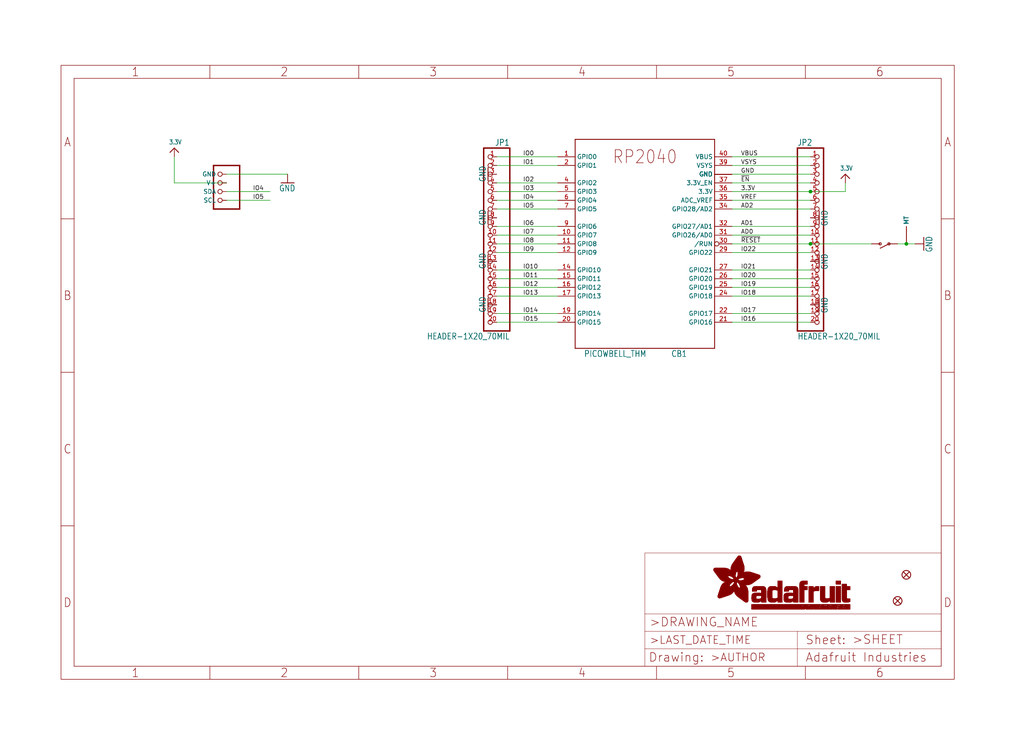
<source format=kicad_sch>
(kicad_sch (version 20211123) (generator eeschema)
  (paper "User" 298.45 217.881)
  (lib_symbols
    (symbol "eagleSchem-eagle-import:3.3V" (power)
      (property "Value" "3.3V" (at -1.524 1.016 0))
      (symbol "3.3V_1_0"
        (pin power_in line (at 0 -2.54 90) (length 2.54) (name "3.3V") (number "1"))
      )
    )
    (symbol "eagleSchem-eagle-import:FIDUCIAL_1MM")
    (symbol "eagleSchem-eagle-import:FRAME_A4_ADAFRUIT"
      (symbol "FRAME_A4_ADAFRUIT_0_0"
        (text "1" (at 21.6958 1.905 0) (effects (font (size 2.54 2.286))))
        (text "1" (at 21.6958 177.165 0) (effects (font (size 2.54 2.286))))
        (text "2" (at 65.0875 1.905 0) (effects (font (size 2.54 2.286))))
        (text "2" (at 65.0875 177.165 0) (effects (font (size 2.54 2.286))))
        (text "3" (at 108.4792 1.905 0) (effects (font (size 2.54 2.286))))
        (text "3" (at 108.4792 177.165 0) (effects (font (size 2.54 2.286))))
        (text "4" (at 151.8708 1.905 0) (effects (font (size 2.54 2.286))))
        (text "4" (at 151.8708 177.165 0) (effects (font (size 2.54 2.286))))
        (text "5" (at 195.2625 1.905 0) (effects (font (size 2.54 2.286))))
        (text "5" (at 195.2625 177.165 0) (effects (font (size 2.54 2.286))))
        (text "6" (at 238.6542 1.905 0) (effects (font (size 2.54 2.286))))
        (text "6" (at 238.6542 177.165 0) (effects (font (size 2.54 2.286))))
        (text "A" (at 1.905 156.6863 0) (effects (font (size 2.54 2.286))))
        (text "A" (at 258.445 156.6863 0) (effects (font (size 2.54 2.286))))
        (text "B" (at 1.905 111.9188 0) (effects (font (size 2.54 2.286))))
        (text "B" (at 258.445 111.9188 0) (effects (font (size 2.54 2.286))))
        (text "C" (at 1.905 67.1513 0) (effects (font (size 2.54 2.286))))
        (text "C" (at 258.445 67.1513 0) (effects (font (size 2.54 2.286))))
        (text "D" (at 1.905 22.3838 0) (effects (font (size 2.54 2.286))))
        (text "D" (at 258.445 22.3838 0) (effects (font (size 2.54 2.286))))
      )
      (symbol "FRAME_A4_ADAFRUIT_1_0"
        (text ">AUTHOR" (at 189.23 5.08 0) (effects (font (size 2.286 2.286)) (justify left bottom)))
        (text ">DRAWING_NAME" (at 171.45 15.24 0) (effects (font (size 2.54 2.54)) (justify left bottom)))
        (text ">LAST_DATE_TIME" (at 171.45 10.16 0) (effects (font (size 2.286 2.286)) (justify left bottom)))
        (text ">SHEET" (at 230.505 10.16 0) (effects (font (size 2.54 2.54)) (justify left bottom)))
        (text "Adafruit Industries" (at 216.916 4.953 0) (effects (font (size 2.54 2.54)) (justify left bottom)))
        (text "Drawing:" (at 171.196 4.953 0) (effects (font (size 2.54 2.54)) (justify left bottom)))
        (text "Sheet:" (at 216.916 10.033 0) (effects (font (size 2.54 2.54)) (justify left bottom)))
      )
    )
    (symbol "eagleSchem-eagle-import:GND" (power)
      (property "Value" "GND" (at -2.54 -2.54 0))
      (symbol "GND_1_0"
        (pin power_in line (at 0 2.54 270) (length 2.54) (name "GND") (number "1"))
      )
    )
    (symbol "eagleSchem-eagle-import:HEADER-1X20_70MIL"
      (property "Reference" "JP" (at -6.35 26.035 0))
      (property "Value" "HEADER-1X20_70MIL" (at -6.35 -30.48 0))
      (symbol "HEADER-1X20_70MIL_1_0"
        (pin passive inverted (at -2.54 22.86 0) (length 2.54) (name "1") (number "1"))
        (pin passive inverted (at -2.54 0 0) (length 2.54) (name "10") (number "10"))
        (pin passive inverted (at -2.54 -2.54 0) (length 2.54) (name "11") (number "11"))
        (pin passive inverted (at -2.54 -5.08 0) (length 2.54) (name "12") (number "12"))
        (pin passive inverted (at -2.54 -7.62 0) (length 2.54) (name "13") (number "13"))
        (pin passive inverted (at -2.54 -10.16 0) (length 2.54) (name "14") (number "14"))
        (pin passive inverted (at -2.54 -12.7 0) (length 2.54) (name "15") (number "15"))
        (pin passive inverted (at -2.54 -15.24 0) (length 2.54) (name "16") (number "16"))
        (pin passive inverted (at -2.54 -17.78 0) (length 2.54) (name "17") (number "17"))
        (pin passive inverted (at -2.54 -20.32 0) (length 2.54) (name "18") (number "18"))
        (pin passive inverted (at -2.54 -22.86 0) (length 2.54) (name "19") (number "19"))
        (pin passive inverted (at -2.54 20.32 0) (length 2.54) (name "2") (number "2"))
        (pin passive inverted (at -2.54 -25.4 0) (length 2.54) (name "20") (number "20"))
        (pin passive inverted (at -2.54 17.78 0) (length 2.54) (name "3") (number "3"))
        (pin passive inverted (at -2.54 15.24 0) (length 2.54) (name "4") (number "4"))
        (pin passive inverted (at -2.54 12.7 0) (length 2.54) (name "5") (number "5"))
        (pin passive inverted (at -2.54 10.16 0) (length 2.54) (name "6") (number "6"))
        (pin passive inverted (at -2.54 7.62 0) (length 2.54) (name "7") (number "7"))
        (pin passive inverted (at -2.54 5.08 0) (length 2.54) (name "8") (number "8"))
        (pin passive inverted (at -2.54 2.54 0) (length 2.54) (name "9") (number "9"))
      )
    )
    (symbol "eagleSchem-eagle-import:PICOWBELL_THM"
      (property "Reference" "CB" (at 7.62 -33.02 0))
      (property "Value" "PICOWBELL_THM" (at -17.78 -33.02 0))
      (symbol "PICOWBELL_THM_1_0"
        (text "RP2040" (at 0 25.4 0) (effects (font (size 3.81 3.2385))))
        (pin bidirectional line (at -25.4 25.4 0) (length 5.08) (name "GPIO0") (number "1"))
        (pin bidirectional line (at -25.4 2.54 0) (length 5.08) (name "GPIO7") (number "10"))
        (pin bidirectional line (at -25.4 0 0) (length 5.08) (name "GPIO8") (number "11"))
        (pin bidirectional line (at -25.4 -2.54 0) (length 5.08) (name "GPIO9") (number "12"))
        (pin power_in line (at 25.4 20.32 180) (length 5.08) (name "GND") (number "13"))
        (pin bidirectional line (at -25.4 -7.62 0) (length 5.08) (name "GPIO10") (number "14"))
        (pin bidirectional line (at -25.4 -10.16 0) (length 5.08) (name "GPIO11") (number "15"))
        (pin bidirectional line (at -25.4 -12.7 0) (length 5.08) (name "GPIO12") (number "16"))
        (pin bidirectional line (at -25.4 -15.24 0) (length 5.08) (name "GPIO13") (number "17"))
        (pin power_in line (at 25.4 20.32 180) (length 5.08) (name "GND") (number "18"))
        (pin bidirectional line (at -25.4 -20.32 0) (length 5.08) (name "GPIO14") (number "19"))
        (pin bidirectional line (at -25.4 22.86 0) (length 5.08) (name "GPIO1") (number "2"))
        (pin bidirectional line (at -25.4 -22.86 0) (length 5.08) (name "GPIO15") (number "20"))
        (pin bidirectional line (at 25.4 -22.86 180) (length 5.08) (name "GPIO16") (number "21"))
        (pin bidirectional line (at 25.4 -20.32 180) (length 5.08) (name "GPIO17") (number "22"))
        (pin power_in line (at 25.4 20.32 180) (length 5.08) (name "GND") (number "23"))
        (pin bidirectional line (at 25.4 -15.24 180) (length 5.08) (name "GPIO18") (number "24"))
        (pin bidirectional line (at 25.4 -12.7 180) (length 5.08) (name "GPIO19") (number "25"))
        (pin bidirectional line (at 25.4 -10.16 180) (length 5.08) (name "GPIO20") (number "26"))
        (pin bidirectional line (at 25.4 -7.62 180) (length 5.08) (name "GPIO21") (number "27"))
        (pin power_in line (at 25.4 20.32 180) (length 5.08) (name "GND") (number "28"))
        (pin bidirectional line (at 25.4 -2.54 180) (length 5.08) (name "GPIO22") (number "29"))
        (pin power_in line (at 25.4 20.32 180) (length 5.08) (name "GND") (number "3"))
        (pin bidirectional inverted (at 25.4 0 180) (length 5.08) (name "/RUN") (number "30"))
        (pin bidirectional line (at 25.4 2.54 180) (length 5.08) (name "GPIO26/AD0") (number "31"))
        (pin bidirectional line (at 25.4 5.08 180) (length 5.08) (name "GPIO27/AD1") (number "32"))
        (pin power_in line (at 25.4 20.32 180) (length 5.08) (name "GND") (number "33"))
        (pin bidirectional line (at 25.4 10.16 180) (length 5.08) (name "GPIO28/AD2") (number "34"))
        (pin passive line (at 25.4 12.7 180) (length 5.08) (name "ADC_VREF") (number "35"))
        (pin power_in line (at 25.4 15.24 180) (length 5.08) (name "3.3V") (number "36"))
        (pin passive line (at 25.4 17.78 180) (length 5.08) (name "3.3V_EN") (number "37"))
        (pin power_in line (at 25.4 20.32 180) (length 5.08) (name "GND") (number "38"))
        (pin power_in line (at 25.4 22.86 180) (length 5.08) (name "VSYS") (number "39"))
        (pin bidirectional line (at -25.4 17.78 0) (length 5.08) (name "GPIO2") (number "4"))
        (pin power_in line (at 25.4 25.4 180) (length 5.08) (name "VBUS") (number "40"))
        (pin bidirectional line (at -25.4 15.24 0) (length 5.08) (name "GPIO3") (number "5"))
        (pin bidirectional line (at -25.4 12.7 0) (length 5.08) (name "GPIO4") (number "6"))
        (pin bidirectional line (at -25.4 10.16 0) (length 5.08) (name "GPIO5") (number "7"))
        (pin power_in line (at 25.4 20.32 180) (length 5.08) (name "GND") (number "8"))
        (pin bidirectional line (at -25.4 5.08 0) (length 5.08) (name "GPIO6") (number "9"))
      )
    )
    (symbol "eagleSchem-eagle-import:STEMMA_I2C_QT"
      (symbol "STEMMA_I2C_QT_1_0"
        (pin passive inverted (at 0 5.08 0) (length 2.54) (name "GND") (number "1"))
        (pin passive inverted (at 0 2.54 0) (length 2.54) (name "V+") (number "2"))
        (pin passive inverted (at 0 0 0) (length 2.54) (name "SDA") (number "3"))
        (pin passive inverted (at 0 -2.54 0) (length 2.54) (name "SCL") (number "4"))
      )
      (symbol "STEMMA_I2C_QT_2_0"
        (pin bidirectional line (at 0 0 0) (length 5.08) (name "MT") (number "MT1"))
      )
      (symbol "STEMMA_I2C_QT_3_0"
        (pin bidirectional line (at 0 0 0) (length 5.08) (name "MT") (number "MT2"))
      )
    )
    (symbol "eagleSchem-eagle-import:SWITCH_SPST_MNT_TACT_RA"
      (symbol "SWITCH_SPST_MNT_TACT_RA_1_0"
        (pin passive line (at -5.08 0 0) (length 2.54) (name "P") (number "1"))
        (pin passive line (at 2.54 0 180) (length 2.54) (name "S") (number "2"))
      )
      (symbol "SWITCH_SPST_MNT_TACT_RA_2_0"
        (pin bidirectional line (at 0 0 0) (length 5.08) (name "MT") (number "MT1"))
        (pin bidirectional line (at 0 0 0) (length 5.08) (name "MT") (number "MT2"))
      )
    )
  )
  (junction (at 236.22 55.88))
  (junction (at 264.16 71.12))
  (junction (at 236.22 71.12))
  (wire (pts (xy 144.78 66.04) (xy 162.56 66.04)))
  (wire (pts (xy 144.78 93.98) (xy 162.56 93.98)))
  (wire (pts (xy 144.78 86.36) (xy 162.56 86.36)))
  (wire (pts (xy 236.22 71.12) (xy 213.36 71.12)))
  (wire (pts (xy 236.22 55.88) (xy 246.38 55.88)))
  (wire (pts (xy 144.78 45.72) (xy 162.56 45.72)))
  (wire (pts (xy 246.38 55.88) (xy 246.38 53.34)))
  (wire (pts (xy 144.78 91.44) (xy 162.56 91.44)))
  (wire (pts (xy 144.78 53.34) (xy 162.56 53.34)))
  (wire (pts (xy 254 71.12) (xy 236.22 71.12)))
  (wire (pts (xy 236.22 60.96) (xy 213.36 60.96)))
  (wire (pts (xy 236.22 45.72) (xy 213.36 45.72)))
  (wire (pts (xy 236.22 91.44) (xy 213.36 91.44)))
  (wire (pts (xy 236.22 73.66) (xy 213.36 73.66)))
  (wire (pts (xy 66.04 53.34) (xy 50.8 53.34)))
  (wire (pts (xy 144.78 71.12) (xy 162.56 71.12)))
  (wire (pts (xy 144.78 60.96) (xy 162.56 60.96)))
  (wire (pts (xy 236.22 53.34) (xy 213.36 53.34)))
  (wire (pts (xy 144.78 83.82) (xy 162.56 83.82)))
  (wire (pts (xy 261.62 71.12) (xy 264.16 71.12)))
  (wire (pts (xy 144.78 78.74) (xy 162.56 78.74)))
  (wire (pts (xy 236.22 81.28) (xy 213.36 81.28)))
  (wire (pts (xy 236.22 50.8) (xy 213.36 50.8)))
  (wire (pts (xy 236.22 66.04) (xy 213.36 66.04)))
  (wire (pts (xy 144.78 58.42) (xy 162.56 58.42)))
  (wire (pts (xy 144.78 48.26) (xy 162.56 48.26)))
  (wire (pts (xy 66.04 58.42) (xy 78.74 58.42)))
  (wire (pts (xy 236.22 93.98) (xy 213.36 93.98)))
  (wire (pts (xy 236.22 78.74) (xy 213.36 78.74)))
  (wire (pts (xy 236.22 58.42) (xy 213.36 58.42)))
  (wire (pts (xy 144.78 73.66) (xy 162.56 73.66)))
  (wire (pts (xy 236.22 48.26) (xy 213.36 48.26)))
  (wire (pts (xy 236.22 68.58) (xy 213.36 68.58)))
  (wire (pts (xy 144.78 81.28) (xy 162.56 81.28)))
  (wire (pts (xy 236.22 86.36) (xy 213.36 86.36)))
  (wire (pts (xy 66.04 50.8) (xy 83.82 50.8)))
  (wire (pts (xy 50.8 53.34) (xy 50.8 45.72)))
  (wire (pts (xy 144.78 55.88) (xy 162.56 55.88)))
  (wire (pts (xy 266.7 71.12) (xy 264.16 71.12)))
  (wire (pts (xy 236.22 55.88) (xy 213.36 55.88)))
  (wire (pts (xy 236.22 83.82) (xy 213.36 83.82)))
  (wire (pts (xy 66.04 55.88) (xy 78.74 55.88)))
  (wire (pts (xy 144.78 68.58) (xy 162.56 68.58)))
  (label "AD0" (at 215.9 68.58 0) (effects (font (size 1.2446 1.2446))))
  (label "~{EN}" (at 215.9 53.34 0) (effects (font (size 1.2446 1.2446))))
  (label "IO0" (at 152.4 45.72 0) (effects (font (size 1.2446 1.2446))))
  (label "IO19" (at 215.9 83.82 0) (effects (font (size 1.2446 1.2446))))
  (label "IO3" (at 152.4 55.88 0) (effects (font (size 1.2446 1.2446))))
  (label "~{RESET}" (at 215.9 71.12 0) (effects (font (size 1.2446 1.2446))))
  (label "IO1" (at 152.4 48.26 0) (effects (font (size 1.2446 1.2446))))
  (label "IO4" (at 73.66 55.88 0) (effects (font (size 1.2446 1.2446))))
  (label "IO5" (at 73.66 58.42 0) (effects (font (size 1.2446 1.2446))))
  (label "3.3V" (at 215.9 55.88 0) (effects (font (size 1.2446 1.2446))))
  (label "AD2" (at 215.9 60.96 0) (effects (font (size 1.2446 1.2446))))
  (label "VREF" (at 215.9 58.42 0) (effects (font (size 1.2446 1.2446))))
  (label "IO21" (at 215.9 78.74 0) (effects (font (size 1.2446 1.2446))))
  (label "VBUS" (at 215.9 45.72 0) (effects (font (size 1.2446 1.2446))))
  (label "IO10" (at 152.4 78.74 0) (effects (font (size 1.2446 1.2446))))
  (label "IO9" (at 152.4 73.66 0) (effects (font (size 1.2446 1.2446))))
  (label "AD1" (at 215.9 66.04 0) (effects (font (size 1.2446 1.2446))))
  (label "IO13" (at 152.4 86.36 0) (effects (font (size 1.2446 1.2446))))
  (label "IO18" (at 215.9 86.36 0) (effects (font (size 1.2446 1.2446))))
  (label "IO22" (at 215.9 73.66 0) (effects (font (size 1.2446 1.2446))))
  (label "IO2" (at 152.4 53.34 0) (effects (font (size 1.2446 1.2446))))
  (label "IO8" (at 152.4 71.12 0) (effects (font (size 1.2446 1.2446))))
  (label "IO20" (at 215.9 81.28 0) (effects (font (size 1.2446 1.2446))))
  (label "IO7" (at 152.4 68.58 0) (effects (font (size 1.2446 1.2446))))
  (label "IO6" (at 152.4 66.04 0) (effects (font (size 1.2446 1.2446))))
  (label "IO4" (at 152.4 58.42 0) (effects (font (size 1.2446 1.2446))))
  (label "IO17" (at 215.9 91.44 0) (effects (font (size 1.2446 1.2446))))
  (label "IO16" (at 215.9 93.98 0) (effects (font (size 1.2446 1.2446))))
  (label "IO14" (at 152.4 91.44 0) (effects (font (size 1.2446 1.2446))))
  (label "IO12" (at 152.4 83.82 0) (effects (font (size 1.2446 1.2446))))
  (label "GND" (at 215.9 50.8 0) (effects (font (size 1.2446 1.2446))))
  (label "IO11" (at 152.4 81.28 0) (effects (font (size 1.2446 1.2446))))
  (label "IO5" (at 152.4 60.96 0) (effects (font (size 1.2446 1.2446))))
  (label "IO15" (at 152.4 93.98 0) (effects (font (size 1.2446 1.2446))))
  (label "VSYS" (at 215.9 48.26 0) (effects (font (size 1.2446 1.2446))))
  (symbol (lib_id "eagleSchem-eagle-import:FIDUCIAL_1MM") (at 264.16 167.64 0) (unit 1)
    (property "Reference" "FID1" (effects hide))
    (property "Value" "FIDUCIAL_1MM" (effects hide))
    (property "Footprint" "eagleSchem:FIDUCIAL_1MM" (effects hide))
  )
  (symbol (lib_id "eagleSchem-eagle-import:PICOWBELL_THM") (at 187.96 71.12 0) (unit 1)
    (property "Reference" "CB1" (at 195.58 104.14 0) (effects (font (size 1.778 1.5113)) (justify left bottom)))
    (property "Value" "PICOWBELL_THM" (at 170.18 104.14 0) (effects (font (size 1.778 1.5113)) (justify left bottom)))
    (property "Footprint" "eagleSchem:PICOWBELL" (effects hide))
  )
  (symbol (lib_id "eagleSchem-eagle-import:HEADER-1X20_70MIL") (at 238.76 68.58 0) (unit 1)
    (property "Reference" "JP2" (at 232.41 42.545 0) (effects (font (size 1.778 1.5113)) (justify left bottom)))
    (property "Value" "HEADER-1X20_70MIL" (at 232.41 99.06 0) (effects (font (size 1.778 1.5113)) (justify left bottom)))
    (property "Footprint" "eagleSchem:1X20_ROUND_70MIL" (effects hide))
  )
  (symbol (lib_id "eagleSchem-eagle-import:GND") (at 142.24 76.2 270) (unit 1)
    (property "Reference" "#GND5" (effects hide))
    (property "Value" "GND" (at 139.7 73.66 0) (effects (font (size 1.778 1.5113)) (justify left bottom)))
    (property "Footprint" "eagleSchem:" (effects hide))
  )
  (symbol (lib_id "eagleSchem-eagle-import:GND") (at 238.76 63.5 90) (unit 1)
    (property "Reference" "#GND1" (effects hide))
    (property "Value" "GND" (at 241.3 66.04 0) (effects (font (size 1.778 1.5113)) (justify left bottom)))
    (property "Footprint" "eagleSchem:" (effects hide))
  )
  (symbol (lib_id "eagleSchem-eagle-import:HEADER-1X20_70MIL") (at 142.24 68.58 0) (mirror y) (unit 1)
    (property "Reference" "JP1" (at 148.59 42.545 0) (effects (font (size 1.778 1.5113)) (justify left bottom)))
    (property "Value" "HEADER-1X20_70MIL" (at 148.59 99.06 0) (effects (font (size 1.778 1.5113)) (justify left bottom)))
    (property "Footprint" "eagleSchem:1X20_ROUND_70MIL" (effects hide))
  )
  (symbol (lib_id "eagleSchem-eagle-import:SWITCH_SPST_MNT_TACT_RA") (at 256.54 71.12 180) (unit 1)
    (property "Reference" "SW1" (effects hide))
    (property "Value" "RA Tact" (effects hide))
    (property "Footprint" "eagleSchem:SPST_TACTILE_RA" (effects hide))
  )
  (symbol (lib_id "eagleSchem-eagle-import:3.3V") (at 246.38 50.8 0) (unit 1)
    (property "Reference" "#U$4" (effects hide))
    (property "Value" "3.3V" (at 244.856 49.784 0) (effects (font (size 1.27 1.0795)) (justify left bottom)))
    (property "Footprint" "eagleSchem:" (effects hide))
  )
  (symbol (lib_id "eagleSchem-eagle-import:SWITCH_SPST_MNT_TACT_RA") (at 264.16 71.12 90) (unit 2)
    (property "Reference" "SW1" (effects hide))
    (property "Value" "RA Tact" (effects hide))
    (property "Footprint" "eagleSchem:SPST_TACTILE_RA" (effects hide))
  )
  (symbol (lib_id "eagleSchem-eagle-import:GND") (at 83.82 53.34 0) (unit 1)
    (property "Reference" "#GND9" (effects hide))
    (property "Value" "GND" (at 81.28 55.88 0) (effects (font (size 1.778 1.5113)) (justify left bottom)))
    (property "Footprint" "eagleSchem:" (effects hide))
  )
  (symbol (lib_id "eagleSchem-eagle-import:GND") (at 142.24 88.9 270) (unit 1)
    (property "Reference" "#GND4" (effects hide))
    (property "Value" "GND" (at 139.7 86.36 0) (effects (font (size 1.778 1.5113)) (justify left bottom)))
    (property "Footprint" "eagleSchem:" (effects hide))
  )
  (symbol (lib_id "eagleSchem-eagle-import:GND") (at 142.24 63.5 270) (unit 1)
    (property "Reference" "#GND6" (effects hide))
    (property "Value" "GND" (at 139.7 60.96 0) (effects (font (size 1.778 1.5113)) (justify left bottom)))
    (property "Footprint" "eagleSchem:" (effects hide))
  )
  (symbol (lib_id "eagleSchem-eagle-import:GND") (at 269.24 71.12 90) (unit 1)
    (property "Reference" "#GND8" (effects hide))
    (property "Value" "GND" (at 271.78 73.66 0) (effects (font (size 1.778 1.5113)) (justify left bottom)))
    (property "Footprint" "eagleSchem:" (effects hide))
  )
  (symbol (lib_id "eagleSchem-eagle-import:FIDUCIAL_1MM") (at 261.62 175.26 0) (unit 1)
    (property "Reference" "FID2" (effects hide))
    (property "Value" "FIDUCIAL_1MM" (effects hide))
    (property "Footprint" "eagleSchem:FIDUCIAL_1MM" (effects hide))
  )
  (symbol (lib_id "eagleSchem-eagle-import:GND") (at 238.76 88.9 90) (unit 1)
    (property "Reference" "#GND3" (effects hide))
    (property "Value" "GND" (at 241.3 91.44 0) (effects (font (size 1.778 1.5113)) (justify left bottom)))
    (property "Footprint" "eagleSchem:" (effects hide))
  )
  (symbol (lib_id "eagleSchem-eagle-import:GND") (at 238.76 76.2 90) (unit 1)
    (property "Reference" "#GND2" (effects hide))
    (property "Value" "GND" (at 241.3 78.74 0) (effects (font (size 1.778 1.5113)) (justify left bottom)))
    (property "Footprint" "eagleSchem:" (effects hide))
  )
  (symbol (lib_id "eagleSchem-eagle-import:3.3V") (at 50.8 43.18 0) (unit 1)
    (property "Reference" "#U$3" (effects hide))
    (property "Value" "3.3V" (at 49.276 42.164 0) (effects (font (size 1.27 1.0795)) (justify left bottom)))
    (property "Footprint" "eagleSchem:" (effects hide))
  )
  (symbol (lib_id "eagleSchem-eagle-import:STEMMA_I2C_QT") (at 66.04 55.88 0) (mirror y) (unit 1)
    (property "Reference" "CONN1" (effects hide))
    (property "Value" "STEMMA_I2C_QT" (effects hide))
    (property "Footprint" "eagleSchem:JST_SH4" (effects hide))
  )
  (symbol (lib_id "eagleSchem-eagle-import:FRAME_A4_ADAFRUIT") (at 17.78 198.12 0) (unit 1)
    (property "Reference" "#U$1" (effects hide))
    (property "Value" "FRAME_A4_ADAFRUIT" (effects hide))
    (property "Footprint" "eagleSchem:" (effects hide))
  )
  (symbol (lib_id "eagleSchem-eagle-import:GND") (at 142.24 50.8 270) (unit 1)
    (property "Reference" "#GND7" (effects hide))
    (property "Value" "GND" (at 139.7 48.26 0) (effects (font (size 1.778 1.5113)) (justify left bottom)))
    (property "Footprint" "eagleSchem:" (effects hide))
  )
)
</source>
